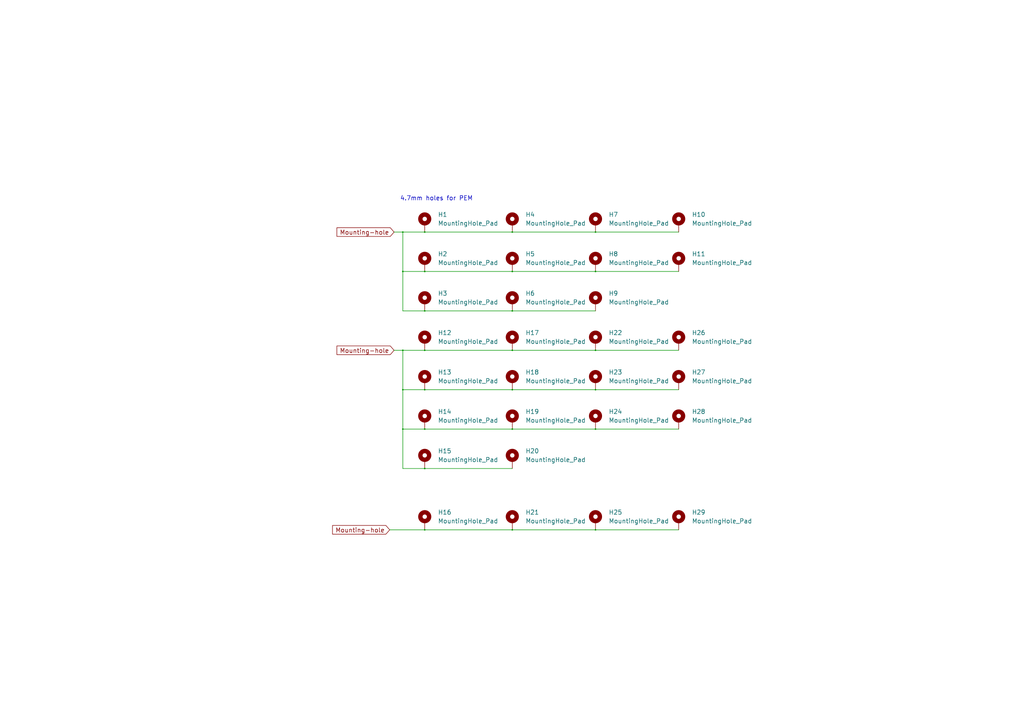
<source format=kicad_sch>
(kicad_sch (version 20200828) (generator eeschema)
  (page 1 1)
  (paper "A4")
  (lib_symbols
    (symbol "Mechanical:MountingHole_Pad" (pin_numbers hide) (pin_names hide)
      (property "Reference" "H" (at 0 6.35 0))
      (property "Value" "MountingHole_Pad" (at 0 4.445 0))
      (symbol "MountingHole_Pad_0_1"
        (circle (center 0 1.27) (radius 1.27) (stroke (width 1.27)))
      )
      (symbol "MountingHole_Pad_1_1"
        (pin input line (at 0 -2.54 90) (length 2.54) (name "1") (number "1"))
      )
    )
  )
  (junction (at 116.84 67.31) (diameter 0.3048))
  (junction (at 116.84 78.74) (diameter 0.3048))
  (junction (at 116.84 101.6) (diameter 0.3048))
  (junction (at 116.84 113.03) (diameter 0.3048))
  (junction (at 116.84 124.46) (diameter 0.3048))
  (junction (at 123.19 67.31) (diameter 0.3048))
  (junction (at 123.19 78.74) (diameter 0.3048))
  (junction (at 123.19 90.17) (diameter 0.3048))
  (junction (at 123.19 101.6) (diameter 0.3048))
  (junction (at 123.19 113.03) (diameter 0.3048))
  (junction (at 123.19 124.46) (diameter 0.3048))
  (junction (at 123.19 135.89) (diameter 0.3048))
  (junction (at 123.19 153.67) (diameter 0.3048))
  (junction (at 148.59 67.31) (diameter 0.3048))
  (junction (at 148.59 78.74) (diameter 0.3048))
  (junction (at 148.59 90.17) (diameter 0.3048))
  (junction (at 148.59 101.6) (diameter 0.3048))
  (junction (at 148.59 113.03) (diameter 0.3048))
  (junction (at 148.59 124.46) (diameter 0.3048))
  (junction (at 148.59 153.67) (diameter 0.3048))
  (junction (at 172.72 67.31) (diameter 0.3048))
  (junction (at 172.72 78.74) (diameter 0.3048))
  (junction (at 172.72 101.6) (diameter 0.3048))
  (junction (at 172.72 113.03) (diameter 0.3048))
  (junction (at 172.72 124.46) (diameter 0.3048))
  (junction (at 172.72 153.67) (diameter 0.3048))
  (wire (pts (xy 113.03 153.67) (xy 123.19 153.67)))
  (wire (pts (xy 114.3 67.31) (xy 116.84 67.31)))
  (wire (pts (xy 114.3 101.6) (xy 116.84 101.6)))
  (wire (pts (xy 116.84 67.31) (xy 123.19 67.31)))
  (wire (pts (xy 116.84 78.74) (xy 116.84 67.31)))
  (wire (pts (xy 116.84 90.17) (xy 116.84 78.74)))
  (wire (pts (xy 116.84 113.03) (xy 116.84 101.6)))
  (wire (pts (xy 116.84 124.46) (xy 116.84 113.03)))
  (wire (pts (xy 116.84 135.89) (xy 116.84 124.46)))
  (wire (pts (xy 123.19 67.31) (xy 148.59 67.31)))
  (wire (pts (xy 123.19 78.74) (xy 116.84 78.74)))
  (wire (pts (xy 123.19 90.17) (xy 116.84 90.17)))
  (wire (pts (xy 123.19 101.6) (xy 116.84 101.6)))
  (wire (pts (xy 123.19 113.03) (xy 116.84 113.03)))
  (wire (pts (xy 123.19 124.46) (xy 116.84 124.46)))
  (wire (pts (xy 123.19 135.89) (xy 116.84 135.89)))
  (wire (pts (xy 148.59 67.31) (xy 172.72 67.31)))
  (wire (pts (xy 148.59 78.74) (xy 123.19 78.74)))
  (wire (pts (xy 148.59 90.17) (xy 123.19 90.17)))
  (wire (pts (xy 148.59 101.6) (xy 123.19 101.6)))
  (wire (pts (xy 148.59 113.03) (xy 123.19 113.03)))
  (wire (pts (xy 148.59 124.46) (xy 123.19 124.46)))
  (wire (pts (xy 148.59 135.89) (xy 123.19 135.89)))
  (wire (pts (xy 148.59 153.67) (xy 123.19 153.67)))
  (wire (pts (xy 172.72 67.31) (xy 196.85 67.31)))
  (wire (pts (xy 172.72 78.74) (xy 148.59 78.74)))
  (wire (pts (xy 172.72 90.17) (xy 148.59 90.17)))
  (wire (pts (xy 172.72 101.6) (xy 148.59 101.6)))
  (wire (pts (xy 172.72 113.03) (xy 148.59 113.03)))
  (wire (pts (xy 172.72 124.46) (xy 148.59 124.46)))
  (wire (pts (xy 172.72 153.67) (xy 148.59 153.67)))
  (wire (pts (xy 196.85 78.74) (xy 172.72 78.74)))
  (wire (pts (xy 196.85 101.6) (xy 172.72 101.6)))
  (wire (pts (xy 196.85 113.03) (xy 172.72 113.03)))
  (wire (pts (xy 196.85 124.46) (xy 172.72 124.46)))
  (wire (pts (xy 196.85 153.67) (xy 172.72 153.67)))
  (text "4.7mm holes for PEM" (at 137.16 58.42 180) (effects (font (size 1.27 1.27)) (justify right bottom)))
  (global_label "Mounting-hole" (shape input) (at 113.03 153.67 180))
  (global_label "Mounting-hole" (shape input) (at 114.3 67.31 180))
  (global_label "Mounting-hole" (shape input) (at 114.3 101.6 180))
  (symbol (lib_id "Mechanical:MountingHole_Pad") (at 123.19 64.77 0) (unit 1)
    (property "Reference" "H1" (at 127 62.23 0) (effects (justify left)))
    (property "Value" "MountingHole_Pad" (at 127 64.77 0) (effects (justify left)))
    (property "Footprint" "acheronHardware:PEM-KF2-M3-ET_(solder-in)" (effects hide))
  )
  (symbol (lib_id "Mechanical:MountingHole_Pad") (at 123.19 76.2 0) (unit 1)
    (property "Reference" "H2" (at 127 73.66 0) (effects (justify left)))
    (property "Value" "MountingHole_Pad" (at 127 76.2 0) (effects (justify left)))
    (property "Footprint" "acheronHardware:PEM-KF2-M3-ET_(solder-in)" (effects hide))
  )
  (symbol (lib_id "Mechanical:MountingHole_Pad") (at 123.19 87.63 0) (unit 1)
    (property "Reference" "H3" (at 127 85.09 0) (effects (justify left)))
    (property "Value" "MountingHole_Pad" (at 127 87.63 0) (effects (justify left)))
    (property "Footprint" "acheronHardware:PEM-KF2-M3-ET_(solder-in)" (effects hide))
  )
  (symbol (lib_id "Mechanical:MountingHole_Pad") (at 123.19 99.06 0) (unit 1)
    (property "Reference" "H12" (at 127 96.52 0) (effects (justify left)))
    (property "Value" "MountingHole_Pad" (at 127 99.06 0) (effects (justify left)))
    (property "Footprint" "MountingHole:MountingHole_2.2mm_M2_Pad" (effects hide))
  )
  (symbol (lib_id "Mechanical:MountingHole_Pad") (at 123.19 110.49 0) (unit 1)
    (property "Reference" "H13" (at 127 107.95 0) (effects (justify left)))
    (property "Value" "MountingHole_Pad" (at 127 110.49 0) (effects (justify left)))
    (property "Footprint" "MountingHole:MountingHole_2.2mm_M2_Pad" (effects hide))
  )
  (symbol (lib_id "Mechanical:MountingHole_Pad") (at 123.19 121.92 0) (unit 1)
    (property "Reference" "H14" (at 127 119.38 0) (effects (justify left)))
    (property "Value" "MountingHole_Pad" (at 127 121.92 0) (effects (justify left)))
    (property "Footprint" "MountingHole:MountingHole_2.2mm_M2_Pad" (effects hide))
  )
  (symbol (lib_id "Mechanical:MountingHole_Pad") (at 123.19 133.35 0) (unit 1)
    (property "Reference" "H15" (at 127 130.81 0) (effects (justify left)))
    (property "Value" "MountingHole_Pad" (at 127 133.35 0) (effects (justify left)))
    (property "Footprint" "MountingHole:MountingHole_2.2mm_M2_Pad" (effects hide))
  )
  (symbol (lib_id "Mechanical:MountingHole_Pad") (at 123.19 151.13 0) (unit 1)
    (property "Reference" "H16" (at 127 148.59 0) (effects (justify left)))
    (property "Value" "MountingHole_Pad" (at 127 151.13 0) (effects (justify left)))
    (property "Footprint" "MountingHole:MountingHole_2.2mm_M2_Pad" (effects hide))
  )
  (symbol (lib_id "Mechanical:MountingHole_Pad") (at 148.59 64.77 0) (unit 1)
    (property "Reference" "H4" (at 152.4 62.23 0) (effects (justify left)))
    (property "Value" "MountingHole_Pad" (at 152.4 64.77 0) (effects (justify left)))
    (property "Footprint" "acheronHardware:PEM-KF2-M3-ET_(solder-in)" (effects hide))
  )
  (symbol (lib_id "Mechanical:MountingHole_Pad") (at 148.59 76.2 0) (unit 1)
    (property "Reference" "H5" (at 152.4 73.66 0) (effects (justify left)))
    (property "Value" "MountingHole_Pad" (at 152.4 76.2 0) (effects (justify left)))
    (property "Footprint" "acheronHardware:PEM-KF2-M3-ET_(solder-in)" (effects hide))
  )
  (symbol (lib_id "Mechanical:MountingHole_Pad") (at 148.59 87.63 0) (unit 1)
    (property "Reference" "H6" (at 152.4 85.09 0) (effects (justify left)))
    (property "Value" "MountingHole_Pad" (at 152.4 87.63 0) (effects (justify left)))
    (property "Footprint" "acheronHardware:PEM-KF2-M3-ET_(solder-in)" (effects hide))
  )
  (symbol (lib_id "Mechanical:MountingHole_Pad") (at 148.59 99.06 0) (unit 1)
    (property "Reference" "H17" (at 152.4 96.52 0) (effects (justify left)))
    (property "Value" "MountingHole_Pad" (at 152.4 99.06 0) (effects (justify left)))
    (property "Footprint" "MountingHole:MountingHole_2.2mm_M2_Pad" (effects hide))
  )
  (symbol (lib_id "Mechanical:MountingHole_Pad") (at 148.59 110.49 0) (unit 1)
    (property "Reference" "H18" (at 152.4 107.95 0) (effects (justify left)))
    (property "Value" "MountingHole_Pad" (at 152.4 110.49 0) (effects (justify left)))
    (property "Footprint" "MountingHole:MountingHole_2.2mm_M2_Pad" (effects hide))
  )
  (symbol (lib_id "Mechanical:MountingHole_Pad") (at 148.59 121.92 0) (unit 1)
    (property "Reference" "H19" (at 152.4 119.38 0) (effects (justify left)))
    (property "Value" "MountingHole_Pad" (at 152.4 121.92 0) (effects (justify left)))
    (property "Footprint" "MountingHole:MountingHole_2.2mm_M2_Pad" (effects hide))
  )
  (symbol (lib_id "Mechanical:MountingHole_Pad") (at 148.59 133.35 0) (unit 1)
    (property "Reference" "H20" (at 152.4 130.81 0) (effects (justify left)))
    (property "Value" "MountingHole_Pad" (at 152.4 133.35 0) (effects (justify left)))
    (property "Footprint" "MountingHole:MountingHole_2.2mm_M2_Pad" (effects hide))
  )
  (symbol (lib_id "Mechanical:MountingHole_Pad") (at 148.59 151.13 0) (unit 1)
    (property "Reference" "H21" (at 152.4 148.59 0) (effects (justify left)))
    (property "Value" "MountingHole_Pad" (at 152.4 151.13 0) (effects (justify left)))
    (property "Footprint" "MountingHole:MountingHole_2.2mm_M2_Pad" (effects hide))
  )
  (symbol (lib_id "Mechanical:MountingHole_Pad") (at 172.72 64.77 0) (unit 1)
    (property "Reference" "H7" (at 176.53 62.23 0) (effects (justify left)))
    (property "Value" "MountingHole_Pad" (at 176.53 64.77 0) (effects (justify left)))
    (property "Footprint" "acheronHardware:PEM-KF2-M3-ET_(solder-in)" (effects hide))
  )
  (symbol (lib_id "Mechanical:MountingHole_Pad") (at 172.72 76.2 0) (unit 1)
    (property "Reference" "H8" (at 176.53 73.66 0) (effects (justify left)))
    (property "Value" "MountingHole_Pad" (at 176.53 76.2 0) (effects (justify left)))
    (property "Footprint" "acheronHardware:PEM-KF2-M3-ET_(solder-in)" (effects hide))
  )
  (symbol (lib_id "Mechanical:MountingHole_Pad") (at 172.72 87.63 0) (unit 1)
    (property "Reference" "H9" (at 176.53 85.09 0) (effects (justify left)))
    (property "Value" "MountingHole_Pad" (at 176.53 87.63 0) (effects (justify left)))
    (property "Footprint" "acheronHardware:PEM-KF2-M3-ET_(solder-in)" (effects hide))
  )
  (symbol (lib_id "Mechanical:MountingHole_Pad") (at 172.72 99.06 0) (unit 1)
    (property "Reference" "H22" (at 176.53 96.52 0) (effects (justify left)))
    (property "Value" "MountingHole_Pad" (at 176.53 99.06 0) (effects (justify left)))
    (property "Footprint" "MountingHole:MountingHole_2.2mm_M2_Pad" (effects hide))
  )
  (symbol (lib_id "Mechanical:MountingHole_Pad") (at 172.72 110.49 0) (unit 1)
    (property "Reference" "H23" (at 176.53 107.95 0) (effects (justify left)))
    (property "Value" "MountingHole_Pad" (at 176.53 110.49 0) (effects (justify left)))
    (property "Footprint" "MountingHole:MountingHole_2.2mm_M2_Pad" (effects hide))
  )
  (symbol (lib_id "Mechanical:MountingHole_Pad") (at 172.72 121.92 0) (unit 1)
    (property "Reference" "H24" (at 176.53 119.38 0) (effects (justify left)))
    (property "Value" "MountingHole_Pad" (at 176.53 121.92 0) (effects (justify left)))
    (property "Footprint" "MountingHole:MountingHole_2.2mm_M2_Pad" (effects hide))
  )
  (symbol (lib_id "Mechanical:MountingHole_Pad") (at 172.72 151.13 0) (unit 1)
    (property "Reference" "H25" (at 176.53 148.59 0) (effects (justify left)))
    (property "Value" "MountingHole_Pad" (at 176.53 151.13 0) (effects (justify left)))
    (property "Footprint" "MountingHole:MountingHole_2.2mm_M2_Pad" (effects hide))
  )
  (symbol (lib_id "Mechanical:MountingHole_Pad") (at 196.85 64.77 0) (unit 1)
    (property "Reference" "H10" (at 200.66 62.23 0) (effects (justify left)))
    (property "Value" "MountingHole_Pad" (at 200.66 64.77 0) (effects (justify left)))
    (property "Footprint" "acheronHardware:PEM-KF2-M3-ET_(solder-in)" (effects hide))
  )
  (symbol (lib_id "Mechanical:MountingHole_Pad") (at 196.85 76.2 0) (unit 1)
    (property "Reference" "H11" (at 200.66 73.66 0) (effects (justify left)))
    (property "Value" "MountingHole_Pad" (at 200.66 76.2 0) (effects (justify left)))
    (property "Footprint" "acheronHardware:PEM-KF2-M3-ET_(solder-in)" (effects hide))
  )
  (symbol (lib_id "Mechanical:MountingHole_Pad") (at 196.85 99.06 0) (unit 1)
    (property "Reference" "H26" (at 200.66 96.52 0) (effects (justify left)))
    (property "Value" "MountingHole_Pad" (at 200.66 99.06 0) (effects (justify left)))
    (property "Footprint" "MountingHole:MountingHole_5.3mm_M5_DIN965_Pad" (effects hide))
  )
  (symbol (lib_id "Mechanical:MountingHole_Pad") (at 196.85 110.49 0) (unit 1)
    (property "Reference" "H27" (at 200.66 107.95 0) (effects (justify left)))
    (property "Value" "MountingHole_Pad" (at 200.66 110.49 0) (effects (justify left)))
    (property "Footprint" "MountingHole:MountingHole_5.3mm_M5_DIN965_Pad" (effects hide))
  )
  (symbol (lib_id "Mechanical:MountingHole_Pad") (at 196.85 121.92 0) (unit 1)
    (property "Reference" "H28" (at 200.66 119.38 0) (effects (justify left)))
    (property "Value" "MountingHole_Pad" (at 200.66 121.92 0) (effects (justify left)))
    (property "Footprint" "MountingHole:MountingHole_5.3mm_M5_DIN965_Pad" (effects hide))
  )
  (symbol (lib_id "Mechanical:MountingHole_Pad") (at 196.85 151.13 0) (unit 1)
    (property "Reference" "H29" (at 200.66 148.59 0) (effects (justify left)))
    (property "Value" "MountingHole_Pad" (at 200.66 151.13 0) (effects (justify left)))
    (property "Footprint" "MountingHole:MountingHole_5.3mm_M5_DIN965_Pad" (effects hide))
  )
)
</source>
